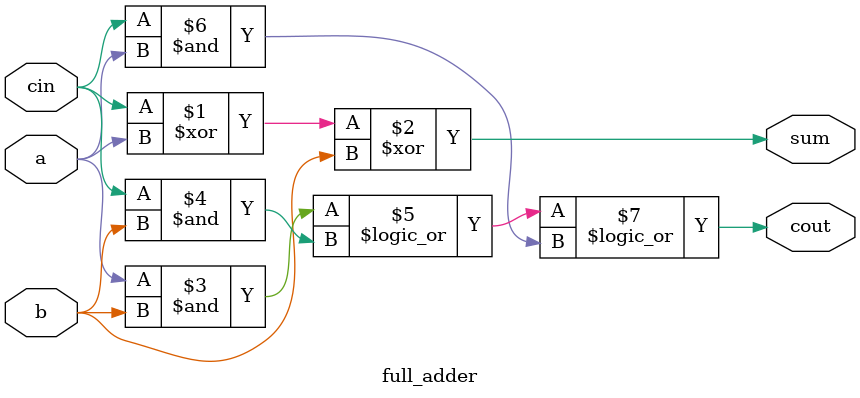
<source format=sv>
module full_adder (  /*AUTOARG*/
    // Outputs
    sum,
    cout,
    // Inputs
    a,
    b,
    cin
);

  input a, b, cin;
  output logic sum, cout;

  assign sum  = cin ^ a ^ b;
  assign cout = a & b || cin & b || cin & a;


endmodule

</source>
